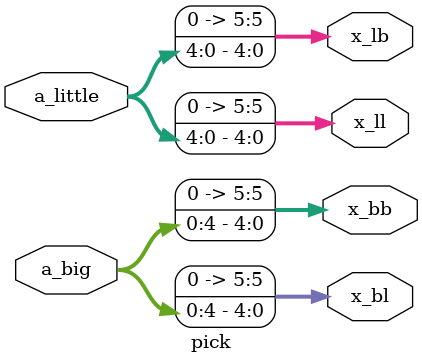
<source format=v>
module pick(
  input [0:5] a_big
  ,input [5:0] a_little
  ,output [5:0] x_ll
  ,output [0:5] x_lb
  ,output [5:0] x_bl
  ,output [0:5] x_bb
);
  assign x_ll = a_little[4:0];
  assign x_lb = a_little[4:0];

  assign x_bb = a_big[0:4];
  assign x_bl = a_big[0:4];
endmodule


</source>
